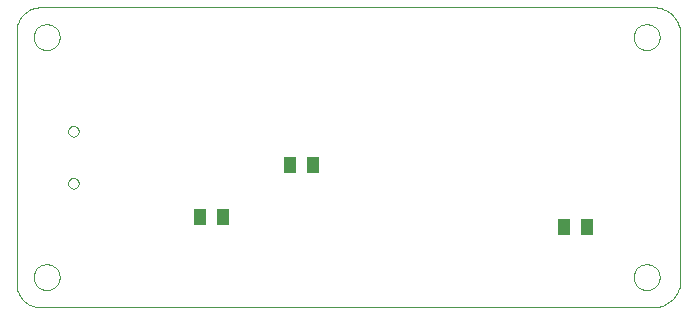
<source format=gbp>
G75*
%MOIN*%
%OFA0B0*%
%FSLAX24Y24*%
%IPPOS*%
%LPD*%
%AMOC8*
5,1,8,0,0,1.08239X$1,22.5*
%
%ADD10C,0.0000*%
%ADD11R,0.0433X0.0551*%
D10*
X002087Y001180D02*
X022383Y001180D01*
X023420Y001967D02*
X023420Y010389D01*
X023411Y010446D01*
X023398Y010502D01*
X023381Y010558D01*
X023361Y010612D01*
X023337Y010665D01*
X023310Y010716D01*
X023280Y010766D01*
X023247Y010813D01*
X023211Y010858D01*
X023173Y010901D01*
X023131Y010942D01*
X023088Y010980D01*
X023042Y011015D01*
X022993Y011047D01*
X022943Y011076D01*
X022891Y011101D01*
X022838Y011124D01*
X022783Y011143D01*
X022728Y011158D01*
X022671Y011170D01*
X022614Y011179D01*
X022556Y011184D01*
X022498Y011185D01*
X022441Y011183D01*
X022383Y011176D01*
X002087Y011176D01*
X002033Y011174D01*
X001980Y011169D01*
X001927Y011160D01*
X001875Y011147D01*
X001823Y011131D01*
X001773Y011111D01*
X001725Y011088D01*
X001678Y011061D01*
X001633Y011032D01*
X001590Y010999D01*
X001550Y010964D01*
X001512Y010926D01*
X001477Y010886D01*
X001444Y010843D01*
X001415Y010798D01*
X001388Y010751D01*
X001365Y010703D01*
X001345Y010653D01*
X001329Y010601D01*
X001316Y010549D01*
X001307Y010496D01*
X001302Y010443D01*
X001300Y010389D01*
X001300Y001967D01*
X001302Y001913D01*
X001307Y001860D01*
X001316Y001807D01*
X001329Y001755D01*
X001345Y001703D01*
X001365Y001653D01*
X001388Y001605D01*
X001415Y001558D01*
X001444Y001513D01*
X001477Y001470D01*
X001512Y001430D01*
X001550Y001392D01*
X001590Y001357D01*
X001633Y001324D01*
X001678Y001295D01*
X001725Y001268D01*
X001773Y001245D01*
X001823Y001225D01*
X001875Y001209D01*
X001927Y001196D01*
X001980Y001187D01*
X002033Y001182D01*
X002087Y001180D01*
X001867Y002180D02*
X001869Y002221D01*
X001875Y002262D01*
X001885Y002302D01*
X001898Y002341D01*
X001915Y002378D01*
X001936Y002414D01*
X001960Y002448D01*
X001987Y002479D01*
X002016Y002507D01*
X002049Y002533D01*
X002083Y002555D01*
X002120Y002574D01*
X002158Y002589D01*
X002198Y002601D01*
X002238Y002609D01*
X002279Y002613D01*
X002321Y002613D01*
X002362Y002609D01*
X002402Y002601D01*
X002442Y002589D01*
X002480Y002574D01*
X002516Y002555D01*
X002551Y002533D01*
X002584Y002507D01*
X002613Y002479D01*
X002640Y002448D01*
X002664Y002414D01*
X002685Y002378D01*
X002702Y002341D01*
X002715Y002302D01*
X002725Y002262D01*
X002731Y002221D01*
X002733Y002180D01*
X002731Y002139D01*
X002725Y002098D01*
X002715Y002058D01*
X002702Y002019D01*
X002685Y001982D01*
X002664Y001946D01*
X002640Y001912D01*
X002613Y001881D01*
X002584Y001853D01*
X002551Y001827D01*
X002517Y001805D01*
X002480Y001786D01*
X002442Y001771D01*
X002402Y001759D01*
X002362Y001751D01*
X002321Y001747D01*
X002279Y001747D01*
X002238Y001751D01*
X002198Y001759D01*
X002158Y001771D01*
X002120Y001786D01*
X002084Y001805D01*
X002049Y001827D01*
X002016Y001853D01*
X001987Y001881D01*
X001960Y001912D01*
X001936Y001946D01*
X001915Y001982D01*
X001898Y002019D01*
X001885Y002058D01*
X001875Y002098D01*
X001869Y002139D01*
X001867Y002180D01*
X003017Y005314D02*
X003019Y005340D01*
X003025Y005366D01*
X003035Y005391D01*
X003048Y005414D01*
X003064Y005434D01*
X003084Y005452D01*
X003106Y005467D01*
X003129Y005479D01*
X003155Y005487D01*
X003181Y005491D01*
X003207Y005491D01*
X003233Y005487D01*
X003259Y005479D01*
X003283Y005467D01*
X003304Y005452D01*
X003324Y005434D01*
X003340Y005414D01*
X003353Y005391D01*
X003363Y005366D01*
X003369Y005340D01*
X003371Y005314D01*
X003369Y005288D01*
X003363Y005262D01*
X003353Y005237D01*
X003340Y005214D01*
X003324Y005194D01*
X003304Y005176D01*
X003282Y005161D01*
X003259Y005149D01*
X003233Y005141D01*
X003207Y005137D01*
X003181Y005137D01*
X003155Y005141D01*
X003129Y005149D01*
X003105Y005161D01*
X003084Y005176D01*
X003064Y005194D01*
X003048Y005214D01*
X003035Y005237D01*
X003025Y005262D01*
X003019Y005288D01*
X003017Y005314D01*
X003017Y007046D02*
X003019Y007072D01*
X003025Y007098D01*
X003035Y007123D01*
X003048Y007146D01*
X003064Y007166D01*
X003084Y007184D01*
X003106Y007199D01*
X003129Y007211D01*
X003155Y007219D01*
X003181Y007223D01*
X003207Y007223D01*
X003233Y007219D01*
X003259Y007211D01*
X003283Y007199D01*
X003304Y007184D01*
X003324Y007166D01*
X003340Y007146D01*
X003353Y007123D01*
X003363Y007098D01*
X003369Y007072D01*
X003371Y007046D01*
X003369Y007020D01*
X003363Y006994D01*
X003353Y006969D01*
X003340Y006946D01*
X003324Y006926D01*
X003304Y006908D01*
X003282Y006893D01*
X003259Y006881D01*
X003233Y006873D01*
X003207Y006869D01*
X003181Y006869D01*
X003155Y006873D01*
X003129Y006881D01*
X003105Y006893D01*
X003084Y006908D01*
X003064Y006926D01*
X003048Y006946D01*
X003035Y006969D01*
X003025Y006994D01*
X003019Y007020D01*
X003017Y007046D01*
X001867Y010180D02*
X001869Y010221D01*
X001875Y010262D01*
X001885Y010302D01*
X001898Y010341D01*
X001915Y010378D01*
X001936Y010414D01*
X001960Y010448D01*
X001987Y010479D01*
X002016Y010507D01*
X002049Y010533D01*
X002083Y010555D01*
X002120Y010574D01*
X002158Y010589D01*
X002198Y010601D01*
X002238Y010609D01*
X002279Y010613D01*
X002321Y010613D01*
X002362Y010609D01*
X002402Y010601D01*
X002442Y010589D01*
X002480Y010574D01*
X002516Y010555D01*
X002551Y010533D01*
X002584Y010507D01*
X002613Y010479D01*
X002640Y010448D01*
X002664Y010414D01*
X002685Y010378D01*
X002702Y010341D01*
X002715Y010302D01*
X002725Y010262D01*
X002731Y010221D01*
X002733Y010180D01*
X002731Y010139D01*
X002725Y010098D01*
X002715Y010058D01*
X002702Y010019D01*
X002685Y009982D01*
X002664Y009946D01*
X002640Y009912D01*
X002613Y009881D01*
X002584Y009853D01*
X002551Y009827D01*
X002517Y009805D01*
X002480Y009786D01*
X002442Y009771D01*
X002402Y009759D01*
X002362Y009751D01*
X002321Y009747D01*
X002279Y009747D01*
X002238Y009751D01*
X002198Y009759D01*
X002158Y009771D01*
X002120Y009786D01*
X002084Y009805D01*
X002049Y009827D01*
X002016Y009853D01*
X001987Y009881D01*
X001960Y009912D01*
X001936Y009946D01*
X001915Y009982D01*
X001898Y010019D01*
X001885Y010058D01*
X001875Y010098D01*
X001869Y010139D01*
X001867Y010180D01*
X021867Y010180D02*
X021869Y010221D01*
X021875Y010262D01*
X021885Y010302D01*
X021898Y010341D01*
X021915Y010378D01*
X021936Y010414D01*
X021960Y010448D01*
X021987Y010479D01*
X022016Y010507D01*
X022049Y010533D01*
X022083Y010555D01*
X022120Y010574D01*
X022158Y010589D01*
X022198Y010601D01*
X022238Y010609D01*
X022279Y010613D01*
X022321Y010613D01*
X022362Y010609D01*
X022402Y010601D01*
X022442Y010589D01*
X022480Y010574D01*
X022516Y010555D01*
X022551Y010533D01*
X022584Y010507D01*
X022613Y010479D01*
X022640Y010448D01*
X022664Y010414D01*
X022685Y010378D01*
X022702Y010341D01*
X022715Y010302D01*
X022725Y010262D01*
X022731Y010221D01*
X022733Y010180D01*
X022731Y010139D01*
X022725Y010098D01*
X022715Y010058D01*
X022702Y010019D01*
X022685Y009982D01*
X022664Y009946D01*
X022640Y009912D01*
X022613Y009881D01*
X022584Y009853D01*
X022551Y009827D01*
X022517Y009805D01*
X022480Y009786D01*
X022442Y009771D01*
X022402Y009759D01*
X022362Y009751D01*
X022321Y009747D01*
X022279Y009747D01*
X022238Y009751D01*
X022198Y009759D01*
X022158Y009771D01*
X022120Y009786D01*
X022084Y009805D01*
X022049Y009827D01*
X022016Y009853D01*
X021987Y009881D01*
X021960Y009912D01*
X021936Y009946D01*
X021915Y009982D01*
X021898Y010019D01*
X021885Y010058D01*
X021875Y010098D01*
X021869Y010139D01*
X021867Y010180D01*
X021867Y002180D02*
X021869Y002221D01*
X021875Y002262D01*
X021885Y002302D01*
X021898Y002341D01*
X021915Y002378D01*
X021936Y002414D01*
X021960Y002448D01*
X021987Y002479D01*
X022016Y002507D01*
X022049Y002533D01*
X022083Y002555D01*
X022120Y002574D01*
X022158Y002589D01*
X022198Y002601D01*
X022238Y002609D01*
X022279Y002613D01*
X022321Y002613D01*
X022362Y002609D01*
X022402Y002601D01*
X022442Y002589D01*
X022480Y002574D01*
X022516Y002555D01*
X022551Y002533D01*
X022584Y002507D01*
X022613Y002479D01*
X022640Y002448D01*
X022664Y002414D01*
X022685Y002378D01*
X022702Y002341D01*
X022715Y002302D01*
X022725Y002262D01*
X022731Y002221D01*
X022733Y002180D01*
X022731Y002139D01*
X022725Y002098D01*
X022715Y002058D01*
X022702Y002019D01*
X022685Y001982D01*
X022664Y001946D01*
X022640Y001912D01*
X022613Y001881D01*
X022584Y001853D01*
X022551Y001827D01*
X022517Y001805D01*
X022480Y001786D01*
X022442Y001771D01*
X022402Y001759D01*
X022362Y001751D01*
X022321Y001747D01*
X022279Y001747D01*
X022238Y001751D01*
X022198Y001759D01*
X022158Y001771D01*
X022120Y001786D01*
X022084Y001805D01*
X022049Y001827D01*
X022016Y001853D01*
X021987Y001881D01*
X021960Y001912D01*
X021936Y001946D01*
X021915Y001982D01*
X021898Y002019D01*
X021885Y002058D01*
X021875Y002098D01*
X021869Y002139D01*
X021867Y002180D01*
X022383Y001180D02*
X022441Y001173D01*
X022498Y001171D01*
X022556Y001172D01*
X022614Y001177D01*
X022671Y001186D01*
X022728Y001198D01*
X022783Y001213D01*
X022838Y001232D01*
X022891Y001255D01*
X022943Y001280D01*
X022993Y001309D01*
X023042Y001341D01*
X023088Y001376D01*
X023131Y001414D01*
X023173Y001455D01*
X023211Y001498D01*
X023247Y001543D01*
X023280Y001590D01*
X023310Y001640D01*
X023337Y001691D01*
X023361Y001744D01*
X023381Y001798D01*
X023398Y001854D01*
X023411Y001910D01*
X023420Y001967D01*
D11*
X020328Y003851D03*
X019540Y003851D03*
X011194Y005930D03*
X010406Y005930D03*
X008194Y004180D03*
X007406Y004180D03*
M02*

</source>
